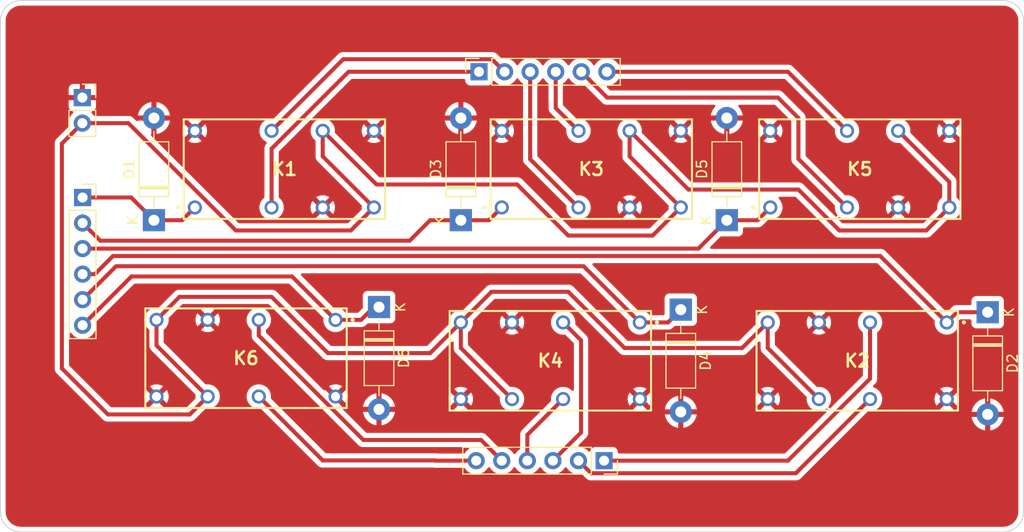
<source format=kicad_pcb>
(kicad_pcb (version 20211014) (generator pcbnew)
  (layers (0 "F.Cu" signal) (31 "B.Cu" signal) (34 "B.Paste" user) (35 "F.Paste" user) (36 "B.SilkS" user "B.Silkscreen") (37 "F.SilkS" user "F.Silkscreen") (38 "B.Mask" user) (39 "F.Mask" user) (44 "Edge.Cuts" user))
  (net 0 "")
  (net 1 "S1_D")
  (net 2 "GND")
  (net 3 "S2_D")
  (net 4 "S1_E")
  (net 5 "S2_E")
  (net 6 "S1_F")
  (net 7 "S2_F")
  (net 8 "S1_11")
  (net 9 "+24V")
  (net 10 "S1_12")
  (net 11 "S2_11")
  (net 12 "S2_12")
  (net 13 "S1_13")
  (net 14 "S1_14")
  (net 15 "S2_13")
  (net 16 "S2_14")
  (net 17 "S1_15")
  (net 18 "S1_16")
  (net 19 "S2_15")
  (net 20 "S2_16")
  (footprint "Diode_THT:D_DO-41_SOD81_P10.16mm_Horizontal" (layer "F.Cu") (at 147.32 87.884 -90)
    (fp_text reference "D2" (at 5.08 -2.47 90) (layer "F.SilkS"))
    (fp_text value "1N4001")
    (fp_text user "K" (at 0 -2.1 90) (layer "F.SilkS"))
    (fp_line (start 8.82 0) (end 7.8 0) (layer "F.SilkS") (width 0.12))
    (fp_line (start 7.8 1.47) (end 7.8 -1.47) (layer "F.SilkS") (width 0.12))
    (fp_line (start 3.14 -1.47) (end 3.14 1.47) (layer "F.SilkS") (width 0.12))
    (fp_line (start 2.36 -1.47) (end 2.36 1.47) (layer "F.SilkS") (width 0.12))
    (fp_line (start 2.36 1.47) (end 7.8 1.47) (layer "F.SilkS") (width 0.12))
    (fp_line (start 1.34 0) (end 2.36 0) (layer "F.SilkS") (width 0.12))
    (fp_line (start 3.38 -1.47) (end 3.38 1.47) (layer "F.SilkS") (width 0.12))
    (fp_line (start 3.26 -1.47) (end 3.26 1.47) (layer "F.SilkS") (width 0.12))
    (fp_line (start 7.8 -1.47) (end 2.36 -1.47) (layer "F.SilkS") (width 0.12))
    (pad "1" thru_hole rect (at 0 0 270) (size 2.2 2.2) (drill 1.1) (layers *.Cu *.Mask) (net 3 "S2_D"))
    (pad "2" thru_hole oval (at 10.16 0 270) (size 2.2 2.2) (drill 1.1) (layers *.Cu *.Mask) (net 2 "GND"))
  )
  (footprint "Diode_THT:D_DO-41_SOD81_P10.16mm_Horizontal" (layer "F.Cu") (at 86.868 87.376 -90)
    (fp_text reference "D6" (at 5.08 -2.47 90) (layer "F.SilkS"))
    (fp_text value "1N4001")
    (fp_text user "K" (at 0 -2.1 90) (layer "F.SilkS"))
    (fp_line (start 7.8 1.47) (end 7.8 -1.47) (layer "F.SilkS") (width 0.12))
    (fp_line (start 8.82 0) (end 7.8 0) (layer "F.SilkS") (width 0.12))
    (fp_line (start 3.26 -1.47) (end 3.26 1.47) (layer "F.SilkS") (width 0.12))
    (fp_line (start 2.36 -1.47) (end 2.36 1.47) (layer "F.SilkS") (width 0.12))
    (fp_line (start 3.14 -1.47) (end 3.14 1.47) (layer "F.SilkS") (width 0.12))
    (fp_line (start 3.38 -1.47) (end 3.38 1.47) (layer "F.SilkS") (width 0.12))
    (fp_line (start 2.36 1.47) (end 7.8 1.47) (layer "F.SilkS") (width 0.12))
    (fp_line (start 1.34 0) (end 2.36 0) (layer "F.SilkS") (width 0.12))
    (fp_line (start 7.8 -1.47) (end 2.36 -1.47) (layer "F.SilkS") (width 0.12))
    (pad "1" thru_hole rect (at 0 0 270) (size 2.2 2.2) (drill 1.1) (layers *.Cu *.Mask) (net 7 "S2_F"))
    (pad "2" thru_hole oval (at 10.16 0 270) (size 2.2 2.2) (drill 1.1) (layers *.Cu *.Mask) (net 2 "GND"))
  )
  (footprint "Diode_THT:D_DO-41_SOD81_P10.16mm_Horizontal" (layer "F.Cu") (at 94.996 78.74 90)
    (fp_text reference "D3" (at 5.08 -2.47 90) (layer "F.SilkS"))
    (fp_text value "1N4001")
    (fp_text user "K" (at 0 -2.1 90) (layer "F.SilkS"))
    (fp_line (start 1.34 0) (end 2.36 0) (layer "F.SilkS") (width 0.12))
    (fp_line (start 2.36 1.47) (end 7.8 1.47) (layer "F.SilkS") (width 0.12))
    (fp_line (start 8.82 0) (end 7.8 0) (layer "F.SilkS") (width 0.12))
    (fp_line (start 7.8 -1.47) (end 2.36 -1.47) (layer "F.SilkS") (width 0.12))
    (fp_line (start 3.38 -1.47) (end 3.38 1.47) (layer "F.SilkS") (width 0.12))
    (fp_line (start 2.36 -1.47) (end 2.36 1.47) (layer "F.SilkS") (width 0.12))
    (fp_line (start 3.26 -1.47) (end 3.26 1.47) (layer "F.SilkS") (width 0.12))
    (fp_line (start 7.8 1.47) (end 7.8 -1.47) (layer "F.SilkS") (width 0.12))
    (fp_line (start 3.14 -1.47) (end 3.14 1.47) (layer "F.SilkS") (width 0.12))
    (pad "1" thru_hole rect (at 0 0 90) (size 2.2 2.2) (drill 1.1) (layers *.Cu *.Mask) (net 4 "S1_E"))
    (pad "2" thru_hole oval (at 10.16 0 90) (size 2.2 2.2) (drill 1.1) (layers *.Cu *.Mask) (net 2 "GND"))
  )
  (footprint "DSYSDC24V:DS2Y-S-DC24V" (layer "F.Cu") (at 143.256 88.9 180)
    (fp_text reference "K2" (at 8.89 -3.81) (layer "F.SilkS") (effects (font (size 1.27 1.27) (thickness 0.254))))
    (fp_text value "DS2Y-S-DC24V" hide)
    (fp_line (start 18.89 -8.76) (end -1.11 -8.76) (layer "F.SilkS") (width 0.2))
    (fp_line (start 18.89 1.14) (end 18.89 -8.76) (layer "F.SilkS") (width 0.2))
    (fp_line (start -1.6 0) (end -1.6 0) (layer "F.SilkS") (width 0.2))
    (fp_line (start -1.8 0) (end -1.8 0) (layer "F.SilkS") (width 0.2))
    (fp_line (start -1.11 -8.76) (end -1.11 1.14) (layer "F.SilkS") (width 0.2))
    (fp_line (start -1.11 1.14) (end 18.89 1.14) (layer "F.SilkS") (width 0.2))
    (fp_arc (start -1.8 0) (mid -1.7 -0.1) (end -1.6 0) (layer "F.SilkS") (width 0.2))
    (fp_arc (start -1.6 0) (mid -1.7 0.1) (end -1.8 0) (layer "F.SilkS") (width 0.2))
    (pad "1" thru_hole circle locked (at 0 0 180) (size 1.4 1.4) (drill 0.9) (layers *.Cu *.Mask) (net 3 "S2_D"))
    (pad "4" thru_hole circle locked (at 7.62 0 180) (size 1.4 1.4) (drill 0.9) (layers *.Cu *.Mask) (net 11 "S2_11"))
    (pad "6" thru_hole circle locked (at 12.7 0 180) (size 1.4 1.4) (drill 0.9) (layers *.Cu *.Mask) (net 2 "GND"))
    (pad "8" thru_hole circle locked (at 17.78 0 180) (size 1.4 1.4) (drill 0.9) (layers *.Cu *.Mask) (net 9 "+24V"))
    (pad "9" thru_hole circle locked (at 17.78 -7.62 180) (size 1.4 1.4) (drill 0.9) (layers *.Cu *.Mask) (net 2 "GND"))
    (pad "11" thru_hole circle locked (at 12.7 -7.62 180) (size 1.4 1.4) (drill 0.9) (layers *.Cu *.Mask) (net 9 "+24V"))
    (pad "13" thru_hole circle locked (at 7.62 -7.62 180) (size 1.4 1.4) (drill 0.9) (layers *.Cu *.Mask) (net 12 "S2_12"))
    (pad "16" thru_hole circle locked (at 0 -7.62 180) (size 1.4 1.4) (drill 0.9) (layers *.Cu *.Mask) (net 2 "GND"))
  )
  (footprint "Connector_PinSocket_2.54mm:PinSocket_1x06_P2.54mm_Vertical" (layer "F.Cu") (at 109.22 102.641 -90)
    (fp_text reference " " (at 0 -2.77 90) (layer "F.SilkS"))
    (fp_text value " ")
    (fp_line (start 1.33 1.27) (end 1.33 14.03) (layer "F.SilkS") (width 0.12))
    (fp_line (start 0 -1.33) (end 1.33 -1.33) (layer "F.SilkS") (width 0.12))
    (fp_line (start 1.33 -1.33) (end 1.33 0) (layer "F.SilkS") (width 0.12))
    (fp_line (start -1.33 14.03) (end 1.33 14.03) (layer "F.SilkS") (width 0.12))
    (fp_line (start -1.33 1.27) (end -1.33 14.03) (layer "F.SilkS") (width 0.12))
    (fp_line (start -1.33 1.27) (end 1.33 1.27) (layer "F.SilkS") (width 0.12))
    (pad "1" thru_hole rect (at 0 0 270) (size 1.7 1.7) (drill 1) (layers *.Cu *.Mask) (net 11 "S2_11"))
    (pad "2" thru_hole oval (at 0 2.54 270) (size 1.7 1.7) (drill 1) (layers *.Cu *.Mask) (net 12 "S2_12"))
    (pad "3" thru_hole oval (at 0 5.08 270) (size 1.7 1.7) (drill 1) (layers *.Cu *.Mask) (net 15 "S2_13"))
    (pad "4" thru_hole oval (at 0 7.62 270) (size 1.7 1.7) (drill 1) (layers *.Cu *.Mask) (net 16 "S2_14"))
    (pad "5" thru_hole oval (at 0 10.16 270) (size 1.7 1.7) (drill 1) (layers *.Cu *.Mask) (net 19 "S2_15"))
    (pad "6" thru_hole oval (at 0 12.7 270) (size 1.7 1.7) (drill 1) (layers *.Cu *.Mask) (net 20 "S2_16"))
  )
  (footprint "DSYSDC24V:DS2Y-S-DC24V" (layer "F.Cu") (at 125.73 77.47)
    (fp_text reference "K5" (at 8.89 -3.81) (layer "F.SilkS") (effects (font (size 1.27 1.27) (thickness 0.254))))
    (fp_text value "DS2Y-S-DC24V" hide)
    (fp_line (start 18.89 -8.76) (end -1.11 -8.76) (layer "F.SilkS") (width 0.2))
    (fp_line (start -1.11 -8.76) (end -1.11 1.14) (layer "F.SilkS") (width 0.2))
    (fp_line (start -1.11 1.14) (end 18.89 1.14) (layer "F.SilkS") (width 0.2))
    (fp_line (start -1.8 0) (end -1.8 0) (layer "F.SilkS") (width 0.2))
    (fp_line (start -1.6 0) (end -1.6 0) (layer "F.SilkS") (width 0.2))
    (fp_line (start 18.89 1.14) (end 18.89 -8.76) (layer "F.SilkS") (width 0.2))
    (fp_arc (start -1.6 0) (mid -1.7 0.1) (end -1.8 0) (layer "F.SilkS") (width 0.2))
    (fp_arc (start -1.8 0) (mid -1.7 -0.1) (end -1.6 0) (layer "F.SilkS") (width 0.2))
    (pad "1" thru_hole circle locked (at 0 0) (size 1.4 1.4) (drill 0.9) (layers *.Cu *.Mask) (net 6 "S1_F"))
    (pad "4" thru_hole circle locked (at 7.62 0) (size 1.4 1.4) (drill 0.9) (layers *.Cu *.Mask) (net 17 "S1_15"))
    (pad "6" thru_hole circle locked (at 12.7 0) (size 1.4 1.4) (drill 0.9) (layers *.Cu *.Mask) (net 2 "GND"))
    (pad "8" thru_hole circle locked (at 17.78 0) (size 1.4 1.4) (drill 0.9) (layers *.Cu *.Mask) (net 9 "+24V"))
    (pad "9" thru_hole circle locked (at 17.78 -7.62) (size 1.4 1.4) (drill 0.9) (layers *.Cu *.Mask) (net 2 "GND"))
    (pad "11" thru_hole circle locked (at 12.7 -7.62) (size 1.4 1.4) (drill 0.9) (layers *.Cu *.Mask) (net 9 "+24V"))
    (pad "13" thru_hole circle locked (at 7.62 -7.62) (size 1.4 1.4) (drill 0.9) (layers *.Cu *.Mask) (net 18 "S1_16"))
    (pad "16" thru_hole circle locked (at 0 -7.62) (size 1.4 1.4) (drill 0.9) (layers *.Cu *.Mask) (net 2 "GND"))
  )
  (footprint "Connector_PinSocket_2.54mm:PinSocket_1x02_P2.54mm_Vertical" (layer "F.Cu") (at 57.404 66.548)
    (fp_text reference " " (at 0 -2.77) (layer "F.SilkS"))
    (fp_text value " ")
    (fp_line (start 1.33 -1.33) (end 1.33 0) (layer "F.SilkS") (width 0.12))
    (fp_line (start -1.33 1.27) (end 1.33 1.27) (layer "F.SilkS") (width 0.12))
    (fp_line (start 1.33 1.27) (end 1.33 3.87) (layer "F.SilkS") (width 0.12))
    (fp_line (start -1.33 3.87) (end 1.33 3.87) (layer "F.SilkS") (width 0.12))
    (fp_line (start 0 -1.33) (end 1.33 -1.33) (layer "F.SilkS") (width 0.12))
    (fp_line (start -1.33 1.27) (end -1.33 3.87) (layer "F.SilkS") (width 0.12))
    (pad "1" thru_hole rect (at 0 0) (size 1.7 1.7) (drill 1) (layers *.Cu *.Mask) (net 2 "GND"))
    (pad "2" thru_hole oval (at 0 2.54) (size 1.7 1.7) (drill 1) (layers *.Cu *.Mask) (net 9 "+24V"))
  )
  (footprint "Diode_THT:D_DO-41_SOD81_P10.16mm_Horizontal" (layer "F.Cu") (at 121.412 78.74 90)
    (fp_text reference "D5" (at 5.08 -2.47 90) (layer "F.SilkS"))
    (fp_text value "1N4001")
    (fp_text user "K" (at 0 -2.1 90) (layer "F.SilkS"))
    (fp_line (start 1.34 0) (end 2.36 0) (layer "F.SilkS") (width 0.12))
    (fp_line (start 7.8 1.47) (end 7.8 -1.47) (layer "F.SilkS") (width 0.12))
    (fp_line (start 2.36 1.47) (end 7.8 1.47) (layer "F.SilkS") (width 0.12))
    (fp_line (start 2.36 -1.47) (end 2.36 1.47) (layer "F.SilkS") (width 0.12))
    (fp_line (start 3.38 -1.47) (end 3.38 1.47) (layer "F.SilkS") (width 0.12))
    (fp_line (start 8.82 0) (end 7.8 0) (layer "F.SilkS") (width 0.12))
    (fp_line (start 3.26 -1.47) (end 3.26 1.47) (layer "F.SilkS") (width 0.12))
    (fp_line (start 3.14 -1.47) (end 3.14 1.47) (layer "F.SilkS") (width 0.12))
    (fp_line (start 7.8 -1.47) (end 2.36 -1.47) (layer "F.SilkS") (width 0.12))
    (pad "1" thru_hole rect (at 0 0 90) (size 2.2 2.2) (drill 1.1) (layers *.Cu *.Mask) (net 6 "S1_F"))
    (pad "2" thru_hole oval (at 10.16 0 90) (size 2.2 2.2) (drill 1.1) (layers *.Cu *.Mask) (net 2 "GND"))
  )
  (footprint "Diode_THT:D_DO-41_SOD81_P10.16mm_Horizontal" (layer "F.Cu") (at 64.516 78.74 90)
    (fp_text reference "D1" (at 5.08 -2.47 90) (layer "F.SilkS"))
    (fp_text value "1N4001")
    (fp_text user "K" (at 0 -2.1 90) (layer "F.SilkS"))
    (fp_line (start 3.26 -1.47) (end 3.26 1.47) (layer "F.SilkS") (width 0.12))
    (fp_line (start 1.34 0) (end 2.36 0) (layer "F.SilkS") (width 0.12))
    (fp_line (start 3.38 -1.47) (end 3.38 1.47) (layer "F.SilkS") (width 0.12))
    (fp_line (start 8.82 0) (end 7.8 0) (layer "F.SilkS") (width 0.12))
    (fp_line (start 2.36 -1.47) (end 2.36 1.47) (layer "F.SilkS") (width 0.12))
    (fp_line (start 3.14 -1.47) (end 3.14 1.47) (layer "F.SilkS") (width 0.12))
    (fp_line (start 2.36 1.47) (end 7.8 1.47) (layer "F.SilkS") (width 0.12))
    (fp_line (start 7.8 1.47) (end 7.8 -1.47) (layer "F.SilkS") (width 0.12))
    (fp_line (start 7.8 -1.47) (end 2.36 -1.47) (layer "F.SilkS") (width 0.12))
    (pad "1" thru_hole rect (at 0 0 90) (size 2.2 2.2) (drill 1.1) (layers *.Cu *.Mask) (net 1 "S1_D"))
    (pad "2" thru_hole oval (at 10.16 0 90) (size 2.2 2.2) (drill 1.1) (layers *.Cu *.Mask) (net 2 "GND"))
  )
  (footprint "Diode_THT:D_DO-41_SOD81_P10.16mm_Horizontal" (layer "F.Cu") (at 116.84 87.63 -90)
    (fp_text reference "D4" (at 5.08 -2.47 90) (layer "F.SilkS"))
    (fp_text value "1N4001")
    (fp_text user "K" (at 0 -2.1 90) (layer "F.SilkS"))
    (fp_line (start 7.8 1.47) (end 7.8 -1.47) (layer "F.SilkS") (width 0.12))
    (fp_line (start 1.34 0) (end 2.36 0) (layer "F.SilkS") (width 0.12))
    (fp_line (start 2.36 -1.47) (end 2.36 1.47) (layer "F.SilkS") (width 0.12))
    (fp_line (start 8.82 0) (end 7.8 0) (layer "F.SilkS") (width 0.12))
    (fp_line (start 2.36 1.47) (end 7.8 1.47) (layer "F.SilkS") (width 0.12))
    (fp_line (start 7.8 -1.47) (end 2.36 -1.47) (layer "F.SilkS") (width 0.12))
    (fp_line (start 3.14 -1.47) (end 3.14 1.47) (layer "F.SilkS") (width 0.12))
    (fp_line (start 3.38 -1.47) (end 3.38 1.47) (layer "F.SilkS") (width 0.12))
    (fp_line (start 3.26 -1.47) (end 3.26 1.47) (layer "F.SilkS") (width 0.12))
    (pad "1" thru_hole rect (at 0 0 270) (size 2.2 2.2) (drill 1.1) (layers *.Cu *.Mask) (net 5 "S2_E"))
    (pad "2" thru_hole oval (at 10.16 0 270) (size 2.2 2.2) (drill 1.1) (layers *.Cu *.Mask) (net 2 "GND"))
  )
  (footprint "DSYSDC24V:DS2Y-S-DC24V" (layer "F.Cu") (at 99.06 77.47)
    (fp_text reference "K3" (at 8.89 -3.81) (layer "F.SilkS") (effects (font (size 1.27 1.27) (thickness 0.254))))
    (fp_text value "DS2Y-S-DC24V" hide)
    (fp_line (start 18.89 1.14) (end 18.89 -8.76) (layer "F.SilkS") (width 0.2))
    (fp_line (start -1.8 0) (end -1.8 0) (layer "F.SilkS") (width 0.2))
    (fp_line (start 18.89 -8.76) (end -1.11 -8.76) (layer "F.SilkS") (width 0.2))
    (fp_line (start -1.6 0) (end -1.6 0) (layer "F.SilkS") (width 0.2))
    (fp_line (start -1.11 -8.76) (end -1.11 1.14) (layer "F.SilkS") (width 0.2))
    (fp_line (start -1.11 1.14) (end 18.89 1.14) (layer "F.SilkS") (width 0.2))
    (fp_arc (start -1.8 0) (mid -1.7 -0.1) (end -1.6 0) (layer "F.SilkS") (width 0.2))
    (fp_arc (start -1.6 0) (mid -1.7 0.1) (end -1.8 0) (layer "F.SilkS") (width 0.2))
    (pad "1" thru_hole circle locked (at 0 0) (size 1.4 1.4) (drill 0.9) (layers *.Cu *.Mask) (net 4 "S1_E"))
    (pad "4" thru_hole circle locked (at 7.62 0) (size 1.4 1.4) (drill 0.9) (layers *.Cu *.Mask) (net 13 "S1_13"))
    (pad "6" thru_hole circle locked (at 12.7 0) (size 1.4 1.4) (drill 0.9) (layers *.Cu *.Mask) (net 2 "GND"))
    (pad "8" thru_hole circle locked (at 17.78 0) (size 1.4 1.4) (drill 0.9) (layers *.Cu *.Mask) (net 9 "+24V"))
    (pad "9" thru_hole circle locked (at 17.78 -7.62) (size 1.4 1.4) (drill 0.9) (layers *.Cu *.Mask) (net 2 "GND"))
    (pad "11" thru_hole circle locked (at 12.7 -7.62) (size 1.4 1.4) (drill 0.9) (layers *.Cu *.Mask) (net 9 "+24V"))
    (pad "13" thru_hole circle locked (at 7.62 -7.62) (size 1.4 1.4) (drill 0.9) (layers *.Cu *.Mask) (net 14 "S1_14"))
    (pad "16" thru_hole circle locked (at 0 -7.62) (size 1.4 1.4) (drill 0.9) (layers *.Cu *.Mask) (net 2 "GND"))
  )
  (footprint "DSYSDC24V:DS2Y-S-DC24V" (layer "F.Cu") (at 68.58 77.47)
    (fp_text reference "K1" (at 8.89 -3.81) (layer "F.SilkS") (effects (font (size 1.27 1.27) (thickness 0.254))))
    (fp_text value "DS2Y-S-DC24V" hide)
    (fp_line (start -1.8 0) (end -1.8 0) (layer "F.SilkS") (width 0.2))
    (fp_line (start 18.89 -8.76) (end -1.11 -8.76) (layer "F.SilkS") (width 0.2))
    (fp_line (start -1.11 1.14) (end 18.89 1.14) (layer "F.SilkS") (width 0.2))
    (fp_line (start 18.89 1.14) (end 18.89 -8.76) (layer "F.SilkS") (width 0.2))
    (fp_line (start -1.11 -8.76) (end -1.11 1.14) (layer "F.SilkS") (width 0.2))
    (fp_line (start -1.6 0) (end -1.6 0) (layer "F.SilkS") (width 0.2))
    (fp_arc (start -1.8 0) (mid -1.7 -0.1) (end -1.6 0) (layer "F.SilkS") (width 0.2))
    (fp_arc (start -1.6 0) (mid -1.7 0.1) (end -1.8 0) (layer "F.SilkS") (width 0.2))
    (pad "1" thru_hole circle locked (at 0 0) (size 1.4 1.4) (drill 0.9) (layers *.Cu *.Mask) (net 1 "S1_D"))
    (pad "4" thru_hole circle locked (at 7.62 0) (size 1.4 1.4) (drill 0.9) (layers *.Cu *.Mask) (net 8 "S1_11"))
    (pad "6" thru_hole circle locked (at 12.7 0) (size 1.4 1.4) (drill 0.9) (layers *.Cu *.Mask) (net 2 "GND"))
    (pad "8" thru_hole circle locked (at 17.78 0) (size 1.4 1.4) (drill 0.9) (layers *.Cu *.Mask) (net 9 "+24V"))
    (pad "9" thru_hole circle locked (at 17.78 -7.62) (size 1.4 1.4) (drill 0.9) (layers *.Cu *.Mask) (net 2 "GND"))
    (pad "11" thru_hole circle locked (at 12.7 -7.62) (size 1.4 1.4) (drill 0.9) (layers *.Cu *.Mask) (net 9 "+24V"))
    (pad "13" thru_hole circle locked (at 7.62 -7.62) (size 1.4 1.4) (drill 0.9) (layers *.Cu *.Mask) (net 10 "S1_12"))
    (pad "16" thru_hole circle locked (at 0 -7.62) (size 1.4 1.4) (drill 0.9) (layers *.Cu *.Mask) (net 2 "GND"))
  )
  (footprint "Connector_PinSocket_2.54mm:PinSocket_1x06_P2.54mm_Vertical" (layer "F.Cu") (at 96.799 63.983 90)
    (fp_text reference " " (at 0 -2.77 90) (layer "F.SilkS"))
    (fp_text value " ")
    (fp_line (start 1.33 1.27) (end 1.33 14.03) (layer "F.SilkS") (width 0.12))
    (fp_line (start -1.33 14.03) (end 1.33 14.03) (layer "F.SilkS") (width 0.12))
    (fp_line (start -1.33 1.27) (end 1.33 1.27) (layer "F.SilkS") (width 0.12))
    (fp_line (start -1.33 1.27) (end -1.33 14.03) (layer "F.SilkS") (width 0.12))
    (fp_line (start 1.33 -1.33) (end 1.33 0) (layer "F.SilkS") (width 0.12))
    (fp_line (start 0 -1.33) (end 1.33 -1.33) (layer "F.SilkS") (width 0.12))
    (pad "1" thru_hole rect (at 0 0 90) (size 1.7 1.7) (drill 1) (layers *.Cu *.Mask) (net 8 "S1_11"))
    (pad "2" thru_hole oval (at 0 2.54 90) (size 1.7 1.7) (drill 1) (layers *.Cu *.Mask) (net 10 "S1_12"))
    (pad "3" thru_hole oval (at 0 5.08 90) (size 1.7 1.7) (drill 1) (layers *.Cu *.Mask) (net 13 "S1_13"))
    (pad "4" thru_hole oval (at 0 7.62 90) (size 1.7 1.7) (drill 1) (layers *.Cu *.Mask) (net 14 "S1_14"))
    (pad "5" thru_hole oval (at 0 10.16 90) (size 1.7 1.7) (drill 1) (layers *.Cu *.Mask) (net 17 "S1_15"))
    (pad "6" thru_hole oval (at 0 12.7 90) (size 1.7 1.7) (drill 1) (layers *.Cu *.Mask) (net 18 "S1_16"))
  )
  (footprint "Connector_PinSocket_2.54mm:PinSocket_1x06_P2.54mm_Vertical" (layer "F.Cu") (at 57.429 76.479)
    (fp_text reference " " (at 0 -2.77) (layer "F.SilkS"))
    (fp_text value " ")
    (fp_line (start -1.33 1.27) (end -1.33 14.03) (layer "F.SilkS") (width 0.12))
    (fp_line (start -1.33 1.27) (end 1.33 1.27) (layer "F.SilkS") (width 0.12))
    (fp_line (start 0 -1.33) (end 1.33 -1.33) (layer "F.SilkS") (width 0.12))
    (fp_line (start 1.33 1.27) (end 1.33 14.03) (layer "F.SilkS") (width 0.12))
    (fp_line (start 1.33 -1.33) (end 1.33 0) (layer "F.SilkS") (width 0.12))
    (fp_line (start -1.33 14.03) (end 1.33 14.03) (layer "F.SilkS") (width 0.12))
    (pad "1" thru_hole rect (at 0 0) (size 1.7 1.7) (drill 1) (layers *.Cu *.Mask) (net 1 "S1_D"))
    (pad "2" thru_hole oval (at 0 2.54) (size 1.7 1.7) (drill 1) (layers *.Cu *.Mask) (net 4 "S1_E"))
    (pad "3" thru_hole oval (at 0 5.08) (size 1.7 1.7) (drill 1) (layers *.Cu *.Mask) (net 6 "S1_F"))
    (pad "4" thru_hole oval (at 0 7.62) (size 1.7 1.7) (drill 1) (layers *.Cu *.Mask) (net 3 "S2_D"))
    (pad "5" thru_hole oval (at 0 10.16) (size 1.7 1.7) (drill 1) (layers *.Cu *.Mask) (net 5 "S2_E"))
    (pad "6" thru_hole oval (at 0 12.7) (size 1.7 1.7) (drill 1) (layers *.Cu *.Mask) (net 7 "S2_F"))
  )
  (footprint "DSYSDC24V:DS2Y-S-DC24V" (layer "F.Cu") (at 112.776 88.9 180)
    (fp_text reference "K4" (at 8.89 -3.81) (layer "F.SilkS") (effects (font (size 1.27 1.27) (thickness 0.254))))
    (fp_text value "DS2Y-S-DC24V" hide)
    (fp_line (start -1.6 0) (end -1.6 0) (layer "F.SilkS") (width 0.2))
    (fp_line (start 18.89 -8.76) (end -1.11 -8.76) (layer "F.SilkS") (width 0.2))
    (fp_line (start -1.11 -8.76) (end -1.11 1.14) (layer "F.SilkS") (width 0.2))
    (fp_line (start -1.8 0) (end -1.8 0) (layer "F.SilkS") (width 0.2))
    (fp_line (start -1.11 1.14) (end 18.89 1.14) (layer "F.SilkS") (width 0.2))
    (fp_line (start 18.89 1.14) (end 18.89 -8.76) (layer "F.SilkS") (width 0.2))
    (fp_arc (start -1.6 0) (mid -1.7 0.1) (end -1.8 0) (layer "F.SilkS") (width 0.2))
    (fp_arc (start -1.8 0) (mid -1.7 -0.1) (end -1.6 0) (layer "F.SilkS") (width 0.2))
    (pad "1" thru_hole circle locked (at 0 0 180) (size 1.4 1.4) (drill 0.9) (layers *.Cu *.Mask) (net 5 "S2_E"))
    (pad "4" thru_hole circle locked (at 7.62 0 180) (size 1.4 1.4) (drill 0.9) (layers *.Cu *.Mask) (net 15 "S2_13"))
    (pad "6" thru_hole circle locked (at 12.7 0 180) (size 1.4 1.4) (drill 0.9) (layers *.Cu *.Mask) (net 2 "GND"))
    (pad "8" thru_hole circle locked (at 17.78 0 180) (size 1.4 1.4) (drill 0.9) (layers *.Cu *.Mask) (net 9 "+24V"))
    (pad "9" thru_hole circle locked (at 17.78 -7.62 180) (size 1.4 1.4) (drill 0.9) (layers *.Cu *.Mask) (net 2 "GND"))
    (pad "11" thru_hole circle locked (at 12.7 -7.62 180) (size 1.4 1.4) (drill 0.9) (layers *.Cu *.Mask) (net 9 "+24V"))
    (pad "13" thru_hole circle locked (at 7.62 -7.62 180) (size 1.4 1.4) (drill 0.9) (layers *.Cu *.Mask) (net 16 "S2_14"))
    (pad "16" thru_hole circle locked (at 0 -7.62 180) (size 1.4 1.4) (drill 0.9) (layers *.Cu *.Mask) (net 2 "GND"))
  )
  (footprint "DSYSDC24V:DS2Y-S-DC24V" (layer "F.Cu") (at 82.55 88.646 180)
    (fp_text reference "K6" (at 8.89 -3.81) (layer "F.SilkS") (effects (font (size 1.27 1.27) (thickness 0.254))))
    (fp_text value "DS2Y-S-DC24V" hide)
    (fp_line (start -1.11 1.14) (end 18.89 1.14) (layer "F.SilkS") (width 0.2))
    (fp_line (start -1.11 -8.76) (end -1.11 1.14) (layer "F.SilkS") (width 0.2))
    (fp_line (start -1.6 0) (end -1.6 0) (layer "F.SilkS") (width 0.2))
    (fp_line (start -1.8 0) (end -1.8 0) (layer "F.SilkS") (width 0.2))
    (fp_line (start 18.89 1.14) (end 18.89 -8.76) (layer "F.SilkS") (width 0.2))
    (fp_line (start 18.89 -8.76) (end -1.11 -8.76) (layer "F.SilkS") (width 0.2))
    (fp_arc (start -1.8 0) (mid -1.7 -0.1) (end -1.6 0) (layer "F.SilkS") (width 0.2))
    (fp_arc (start -1.6 0) (mid -1.7 0.1) (end -1.8 0) (layer "F.SilkS") (width 0.2))
    (pad "1" thru_hole circle locked (at 0 0 180) (size 1.4 1.4) (drill 0.9) (layers *.Cu *.Mask) (net 7 "S2_F"))
    (pad "4" thru_hole circle locked (at 7.62 0 180) (size 1.4 1.4) (drill 0.9) (layers *.Cu *.Mask) (net 19 "S2_15"))
    (pad "6" thru_hole circle locked (at 12.7 0 180) (size 1.4 1.4) (drill 0.9) (layers *.Cu *.Mask) (net 2 "GND"))
    (pad "8" thru_hole circle locked (at 17.78 0 180) (size 1.4 1.4) (drill 0.9) (layers *.Cu *.Mask) (net 9 "+24V"))
    (pad "9" thru_hole circle locked (at 17.78 -7.62 180) (size 1.4 1.4) (drill 0.9) (layers *.Cu *.Mask) (net 2 "GND"))
    (pad "11" thru_hole circle locked (at 12.7 -7.62 180) (size 1.4 1.4) (drill 0.9) (layers *.Cu *.Mask) (net 9 "+24V"))
    (pad "13" thru_hole circle locked (at 7.62 -7.62 180) (size 1.4 1.4) (drill 0.9) (layers *.Cu *.Mask) (net 20 "S2_16"))
    (pad "16" thru_hole circle locked (at 0 -7.62 180) (size 1.4 1.4) (drill 0.9) (layers *.Cu *.Mask) (net 2 "GND"))
  )
  (gr_line (start 49.276 58.928) (end 49.276 107.696) (layer "Edge.Cuts") (width 0.1))
  (gr_arc (start 148.844 56.896) (mid 150.280841 57.491159) (end 150.876 58.928) (layer "Edge.Cuts") (width 0.1))
  (gr_arc (start 51.308 109.728) (mid 49.871159 109.132841) (end 49.276 107.696) (layer "Edge.Cuts") (width 0.1))
  (gr_arc (start 49.276 58.928) (mid 49.871159 57.491159) (end 51.308 56.896) (layer "Edge.Cuts") (width 0.1))
  (gr_line (start 148.844 56.896) (end 51.308 56.896) (layer "Edge.Cuts") (width 0.1))
  (gr_arc (start 150.876 107.696) (mid 150.280841 109.132841) (end 148.844 109.728) (layer "Edge.Cuts") (width 0.1))
  (gr_line (start 51.308 109.728) (end 148.844 109.728) (layer "Edge.Cuts") (width 0.1))
  (gr_line (start 150.876 107.696) (end 150.876 58.928) (layer "Edge.Cuts") (width 0.1))
  (segment (start 64.77 78.74) (end 67.31 78.74) (width 0.4) (layer "F.Cu") (net 1))
  (segment (start 57.429 76.479) (end 62.255 76.479) (width 0.4) (layer "F.Cu") (net 1))
  (segment (start 67.31 78.74) (end 68.58 77.47) (width 0.4) (layer "F.Cu") (net 1))
  (segment (start 62.255 76.479) (end 64.516 78.74) (width 0.4) (layer "F.Cu") (net 1))
  (segment (start 58.649 84.099) (end 60.452 82.296) (width 0.4) (layer "F.Cu") (net 3))
  (segment (start 60.452 82.296) (end 136.652 82.296) (width 0.4) (layer "F.Cu") (net 3))
  (segment (start 136.652 82.296) (end 143.256 88.9) (width 0.4) (layer "F.Cu") (net 3))
  (segment (start 144.272 87.884) (end 143.256 88.9) (width 0.4) (layer "F.Cu") (net 3))
  (segment (start 57.429 84.099) (end 58.649 84.099) (width 0.4) (layer "F.Cu") (net 3))
  (segment (start 147.32 87.884) (end 144.272 87.884) (width 0.4) (layer "F.Cu") (net 3))
  (segment (start 97.79 78.74) (end 99.06 77.47) (width 0.4) (layer "F.Cu") (net 4))
  (segment (start 91.948 78.74) (end 94.996 78.74) (width 0.4) (layer "F.Cu") (net 4))
  (segment (start 57.429 79.019) (end 59.182 80.772) (width 0.4) (layer "F.Cu") (net 4))
  (segment (start 94.996 78.74) (end 97.79 78.74) (width 0.4) (layer "F.Cu") (net 4))
  (segment (start 89.916 80.772) (end 91.948 78.74) (width 0.4) (layer "F.Cu") (net 4))
  (segment (start 59.182 80.772) (end 89.916 80.772) (width 0.4) (layer "F.Cu") (net 4))
  (segment (start 112.776 88.9) (end 115.57 88.9) (width 0.4) (layer "F.Cu") (net 5))
  (segment (start 57.429 86.639) (end 60.756 83.312) (width 0.4) (layer "F.Cu") (net 5))
  (segment (start 60.756 83.312) (end 107.188 83.312) (width 0.4) (layer "F.Cu") (net 5))
  (segment (start 115.57 88.9) (end 116.84 87.63) (width 0.4) (layer "F.Cu") (net 5))
  (segment (start 107.188 83.312) (end 112.776 88.9) (width 0.4) (layer "F.Cu") (net 5))
  (segment (start 57.429 81.559) (end 118.593 81.559) (width 0.4) (layer "F.Cu") (net 6))
  (segment (start 121.412 78.74) (end 124.46 78.74) (width 0.4) (layer "F.Cu") (net 6))
  (segment (start 118.593 81.559) (end 121.412 78.74) (width 0.4) (layer "F.Cu") (net 6))
  (segment (start 124.46 78.74) (end 125.73 77.47) (width 0.4) (layer "F.Cu") (net 6))
  (segment (start 57.429 89.179) (end 62.28 84.328) (width 0.4) (layer "F.Cu") (net 7))
  (segment (start 62.28 84.328) (end 78.232 84.328) (width 0.4) (layer "F.Cu") (net 7))
  (segment (start 85.09 88.646) (end 86.36 87.376) (width 0.4) (layer "F.Cu") (net 7))
  (segment (start 82.55 88.646) (end 85.09 88.646) (width 0.4) (layer "F.Cu") (net 7))
  (segment (start 78.232 84.328) (end 82.55 88.646) (width 0.4) (layer "F.Cu") (net 7))
  (segment (start 83.845 63.983) (end 96.799 63.983) (width 0.4) (layer "F.Cu") (net 8))
  (segment (start 76.2 77.47) (end 76.2 71.628) (width 0.4) (layer "F.Cu") (net 8))
  (segment (start 76.2 71.628) (end 83.845 63.983) (width 0.4) (layer "F.Cu") (net 8))
  (segment (start 94.996 88.9) (end 94.996 91.44) (width 0.4) (layer "F.Cu") (net 9))
  (segment (start 138.43 69.85) (end 143.51 74.93) (width 0.4) (layer "F.Cu") (net 9))
  (segment (start 111.76 69.85) (end 117.602 75.692) (width 0.4) (layer "F.Cu") (net 9))
  (segment (start 141.224 79.756) (end 143.51 77.47) (width 0.4) (layer "F.Cu") (net 9))
  (segment (start 122.936 91.44) (end 125.476 88.9) (width 0.4) (layer "F.Cu") (net 9))
  (segment (start 132.588 79.756) (end 141.224 79.756) (width 0.4) (layer "F.Cu") (net 9))
  (segment (start 64.77 91.186) (end 69.85 96.266) (width 0.4) (layer "F.Cu") (net 9))
  (segment (start 57.404 69.088) (end 55.372 71.12) (width 0.4) (layer "F.Cu") (net 9))
  (segment (start 76.2 86.36) (end 81.788 91.948) (width 0.4) (layer "F.Cu") (net 9))
  (segment (start 81.28 69.85) (end 81.28 72.39) (width 0.4) (layer "F.Cu") (net 9))
  (segment (start 72.644 79.756) (end 61.976 69.088) (width 0.4) (layer "F.Cu") (net 9))
  (segment (start 105.664 80.264) (end 114.046 80.264) (width 0.4) (layer "F.Cu") (net 9))
  (segment (start 130.556 96.52) (end 125.476 91.44) (width 0.4) (layer "F.Cu") (net 9))
  (segment (start 91.948 91.948) (end 94.996 88.9) (width 0.4) (layer "F.Cu") (net 9))
  (segment (start 98.044 85.852) (end 105.664 85.852) (width 0.4) (layer "F.Cu") (net 9))
  (segment (start 117.602 75.692) (end 128.524 75.692) (width 0.4) (layer "F.Cu") (net 9))
  (segment (start 55.372 71.12) (end 55.372 93.472) (width 0.4) (layer "F.Cu") (net 9))
  (segment (start 55.372 93.472) (end 59.944 98.044) (width 0.4) (layer "F.Cu") (net 9))
  (segment (start 81.788 91.948) (end 91.948 91.948) (width 0.4) (layer "F.Cu") (net 9))
  (segment (start 114.046 80.264) (end 116.84 77.47) (width 0.4) (layer "F.Cu") (net 9))
  (segment (start 86.614 75.184) (end 100.584 75.184) (width 0.4) (layer "F.Cu") (net 9))
  (segment (start 111.76 72.39) (end 114.173 74.803) (width 0.4) (layer "F.Cu") (net 9))
  (segment (start 100.584 75.184) (end 105.664 80.264) (width 0.4) (layer "F.Cu") (net 9))
  (segment (start 143.51 74.93) (end 143.51 77.47) (width 0.4) (layer "F.Cu") (net 9))
  (segment (start 61.976 69.088) (end 57.404 69.088) (width 0.4) (layer "F.Cu") (net 9))
  (segment (start 81.28 69.85) (end 86.614 75.184) (width 0.4) (layer "F.Cu") (net 9))
  (segment (start 111.76 69.85) (end 111.76 72.39) (width 0.4) (layer "F.Cu") (net 9))
  (segment (start 64.77 88.646) (end 64.77 91.186) (width 0.4) (layer "F.Cu") (net 9))
  (segment (start 94.996 88.9) (end 98.044 85.852) (width 0.4) (layer "F.Cu") (net 9))
  (segment (start 86.36 77.47) (end 84.074 79.756) (width 0.4) (layer "F.Cu") (net 9))
  (segment (start 128.524 75.692) (end 132.588 79.756) (width 0.4) (layer "F.Cu") (net 9))
  (segment (start 125.476 91.44) (end 125.476 88.9) (width 0.4) (layer "F.Cu") (net 9))
  (segment (start 64.77 88.646) (end 67.056 86.36) (width 0.4) (layer "F.Cu") (net 9))
  (segment (start 67.056 86.36) (end 76.2 86.36) (width 0.4) (layer "F.Cu") (net 9))
  (segment (start 68.072 98.044) (end 69.85 96.266) (width 0.4) (layer "F.Cu") (net 9))
  (segment (start 114.173 74.803) (end 116.84 77.47) (width 0.4) (layer "F.Cu") (net 9))
  (segment (start 84.074 79.756) (end 72.644 79.756) (width 0.4) (layer "F.Cu") (net 9))
  (segment (start 105.664 85.852) (end 111.252 91.44) (width 0.4) (layer "F.Cu") (net 9))
  (segment (start 111.252 91.44) (end 122.936 91.44) (width 0.4) (layer "F.Cu") (net 9))
  (segment (start 94.996 91.44) (end 100.076 96.52) (width 0.4) (layer "F.Cu") (net 9))
  (segment (start 81.28 72.39) (end 86.36 77.47) (width 0.4) (layer "F.Cu") (net 9))
  (segment (start 59.944 98.044) (end 68.072 98.044) (width 0.4) (layer "F.Cu") (net 9))
  (segment (start 76.2 69.85) (end 83.316511 62.733489) (width 0.4) (layer "F.Cu") (net 10))
  (segment (start 83.316511 62.733489) (end 98.089489 62.733489) (width 0.4) (layer "F.Cu") (net 10))
  (segment (start 98.089489 62.733489) (end 99.339 63.983) (width 0.4) (layer "F.Cu") (net 10))
  (segment (start 127.483 102.641) (end 135.636 94.488) (width 0.4) (layer "F.Cu") (net 11))
  (segment (start 109.22 102.641) (end 127.483 102.641) (width 0.4) (layer "F.Cu") (net 11))
  (segment (start 135.636 94.488) (end 135.636 88.9) (width 0.4) (layer "F.Cu") (net 11))
  (segment (start 128.524 103.632) (end 135.636 96.52) (width 0.4) (layer "F.Cu") (net 12))
  (segment (start 128.265489 103.890511) (end 128.524 103.632) (width 0.4) (layer "F.Cu") (net 12))
  (segment (start 107.929511 103.890511) (end 128.265489 103.890511) (width 0.4) (layer "F.Cu") (net 12))
  (segment (start 106.68 102.641) (end 107.929511 103.890511) (width 0.4) (layer "F.Cu") (net 12))
  (segment (start 101.879 72.669) (end 106.68 77.47) (width 0.4) (layer "F.Cu") (net 13))
  (segment (start 101.879 63.983) (end 101.879 72.669) (width 0.4) (layer "F.Cu") (net 13))
  (segment (start 104.419 63.983) (end 104.419 67.589) (width 0.4) (layer "F.Cu") (net 14))
  (segment (start 104.419 67.589) (end 106.68 69.85) (width 0.4) (layer "F.Cu") (net 14))
  (segment (start 105.156 88.9) (end 106.934 90.678) (width 0.4) (layer "F.Cu") (net 15))
  (segment (start 104.14 102.641) (end 106.934 99.847) (width 0.4) (layer "F.Cu") (net 15))
  (segment (start 106.934 99.847) (end 106.934 90.678) (width 0.4) (layer "F.Cu") (net 15))
  (segment (start 101.6 100.076) (end 105.156 96.52) (width 0.4) (layer "F.Cu") (net 16))
  (segment (start 101.6 102.641) (end 101.6 100.076) (width 0.4) (layer "F.Cu") (net 16))
  (segment (start 106.959 63.983) (end 109.524 66.548) (width 0.4) (layer "F.Cu") (net 17))
  (segment (start 126.492 66.548) (end 125.984 66.548) (width 0.4) (layer "F.Cu") (net 17))
  (segment (start 128.524 68.58) (end 126.492 66.548) (width 0.4) (layer "F.Cu") (net 17))
  (segment (start 128.524 72.644) (end 128.524 68.58) (width 0.4) (layer "F.Cu") (net 17))
  (segment (start 109.524 66.548) (end 117.348 66.548) (width 0.4) (layer "F.Cu") (net 17))
  (segment (start 125.984 66.548) (end 117.348 66.548) (width 0.4) (layer "F.Cu") (net 17))
  (segment (start 133.35 77.47) (end 128.524 72.644) (width 0.4) (layer "F.Cu") (net 17))
  (segment (start 109.499 63.983) (end 127.483 63.983) (width 0.4) (layer "F.Cu") (net 18))
  (segment (start 127.483 63.983) (end 133.35 69.85) (width 0.4) (layer "F.Cu") (net 18))
  (segment (start 85.313056 100.584) (end 74.93 90.200944) (width 0.4) (layer "F.Cu") (net 19))
  (segment (start 97.003 100.584) (end 85.313056 100.584) (width 0.4) (layer "F.Cu") (net 19))
  (segment (start 99.06 102.641) (end 97.003 100.584) (width 0.4) (layer "F.Cu") (net 19))
  (segment (start 74.93 90.200944) (end 74.93 88.646) (width 0.4) (layer "F.Cu") (net 19))
  (segment (start 92.481 102.641) (end 92.456 102.616) (width 0.4) (layer "F.Cu") (net 20))
  (segment (start 96.52 102.641) (end 92.481 102.641) (width 0.4) (layer "F.Cu") (net 20))
  (segment (start 81.28 102.616) (end 74.93 96.266) (width 0.4) (layer "F.Cu") (net 20))
  (segment (start 92.456 102.616) (end 81.28 102.616) (width 0.4) (layer "F.Cu") (net 20))
  (zone (net 2) (net_name "GND") (layer "F.Cu") (connect_pads (clearance 0.508)) (min_thickness 0.254) (fill yes (thermal_gap 0.508) (thermal_bridge_width 0.508))
    (polygon (pts (xy 150.876 109.728) (xy 49.276 109.728) (xy 49.276 56.896) (xy 150.876 56.896)))
  )
)
</source>
